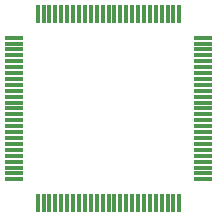
<source format=gtp>
G75*
G70*
%OFA0B0*%
%FSLAX24Y24*%
%IPPOS*%
%LPD*%
%AMOC8*
5,1,8,0,0,1.08239X$1,22.5*
%
%ADD10R,0.0591X0.0138*%
%ADD11R,0.0138X0.0591*%
D10*
X013450Y013738D03*
X013450Y013935D03*
X013450Y014131D03*
X013450Y014328D03*
X013450Y014525D03*
X013450Y014722D03*
X013450Y014919D03*
X013450Y015116D03*
X013450Y015313D03*
X013450Y015509D03*
X013450Y015706D03*
X013450Y015903D03*
X013450Y016100D03*
X013450Y016297D03*
X013450Y016494D03*
X013450Y016691D03*
X013450Y016887D03*
X013450Y017084D03*
X013450Y017281D03*
X013450Y017478D03*
X013450Y017675D03*
X013450Y017872D03*
X013450Y018069D03*
X013450Y018265D03*
X013450Y018462D03*
X019750Y018462D03*
X019750Y018265D03*
X019750Y018069D03*
X019750Y017872D03*
X019750Y017675D03*
X019750Y017478D03*
X019750Y017281D03*
X019750Y017084D03*
X019750Y016887D03*
X019750Y016691D03*
X019750Y016494D03*
X019750Y016297D03*
X019750Y016100D03*
X019750Y015903D03*
X019750Y015706D03*
X019750Y015509D03*
X019750Y015313D03*
X019750Y015116D03*
X019750Y014919D03*
X019750Y014722D03*
X019750Y014525D03*
X019750Y014328D03*
X019750Y014131D03*
X019750Y013935D03*
X019750Y013738D03*
D11*
X018962Y012950D03*
X018765Y012950D03*
X018569Y012950D03*
X018372Y012950D03*
X018175Y012950D03*
X017978Y012950D03*
X017781Y012950D03*
X017584Y012950D03*
X017387Y012950D03*
X017191Y012950D03*
X016994Y012950D03*
X016797Y012950D03*
X016600Y012950D03*
X016403Y012950D03*
X016206Y012950D03*
X016009Y012950D03*
X015813Y012950D03*
X015616Y012950D03*
X015419Y012950D03*
X015222Y012950D03*
X015025Y012950D03*
X014828Y012950D03*
X014631Y012950D03*
X014435Y012950D03*
X014238Y012950D03*
X014238Y019250D03*
X014435Y019250D03*
X014631Y019250D03*
X014828Y019250D03*
X015025Y019250D03*
X015222Y019250D03*
X015419Y019250D03*
X015616Y019250D03*
X015813Y019250D03*
X016009Y019250D03*
X016206Y019250D03*
X016403Y019250D03*
X016600Y019250D03*
X016797Y019250D03*
X016994Y019250D03*
X017191Y019250D03*
X017387Y019250D03*
X017584Y019250D03*
X017781Y019250D03*
X017978Y019250D03*
X018175Y019250D03*
X018372Y019250D03*
X018569Y019250D03*
X018765Y019250D03*
X018962Y019250D03*
M02*

</source>
